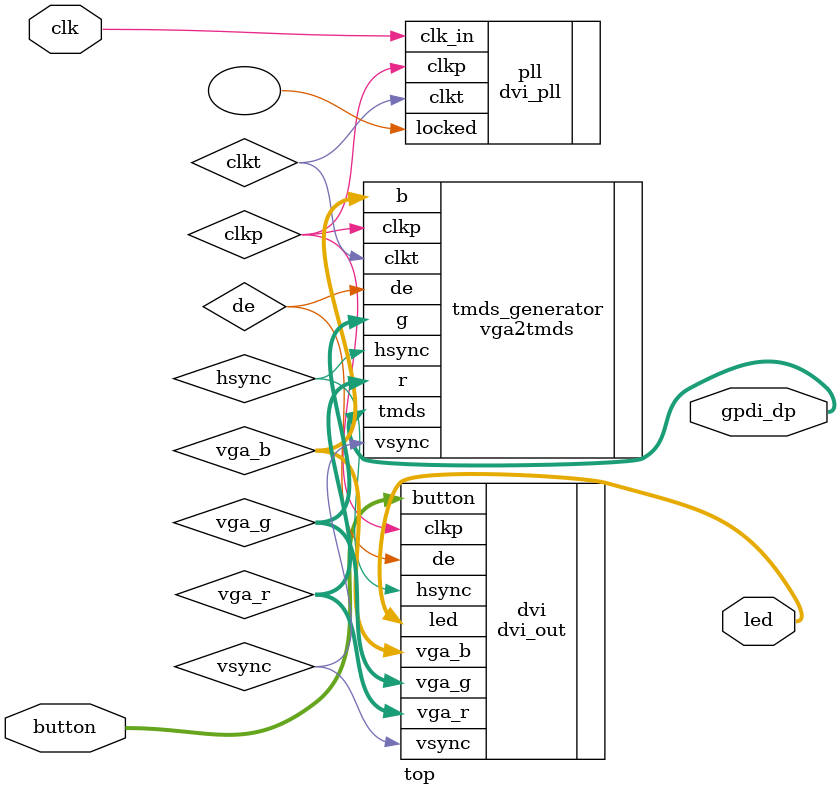
<source format=sv>
module top (
	input  wire        clk,
    input  wire  [1:0] button,
	output logic [3:0] gpdi_dp,
	output logic [4:0] led
);
	wire        vsync, hsync, de;
	wire  [7:0] vga_r, vga_g, vga_b;

	// Generate pixel and tmds clock (25MHz and 250MHz)
	wire clkp, clkt;
	dvi_pll pll(.clk_in(clk), .clkp(clkp), .clkt(clkt), .locked());

    dvi_out dvi(
        .clkp(clkp),
        .button(button),
        .led(led),
	    .vga_r(vga_r),
        .vga_g(vga_g),
        .vga_b(vga_b),
	    .vsync(vsync),
        .hsync(hsync),
        .de(de)
    );

	// Convert the signal to DVI and send over HDMI
	vga2tmds tmds_generator(
		.clkp(clkp), .clkt(clkt), 
		.vsync(vsync), .hsync(hsync), .de(de),
		.r(vga_r), .g(vga_g), .b(vga_b), .tmds(gpdi_dp));
endmodule

</source>
